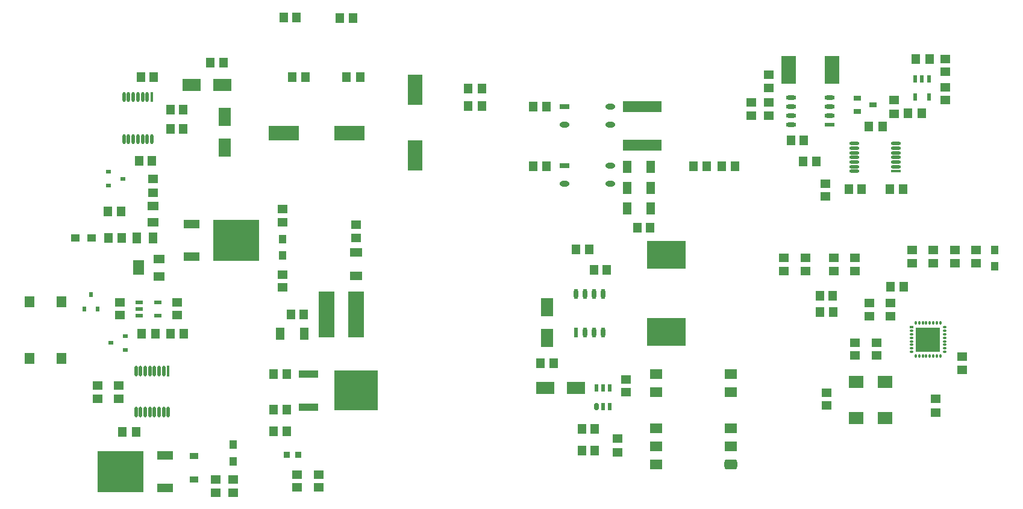
<source format=gtp>
G04 Layer_Color=8421504*
%FSLAX44Y44*%
%MOMM*%
G71*
G01*
G75*
%ADD10R,4.3000X2.1000*%
%ADD11R,1.2000X1.4000*%
%ADD12R,2.1000X4.3000*%
%ADD13R,1.4000X1.2000*%
%ADD14R,1.1500X1.8000*%
%ADD15R,5.4000X1.6000*%
%ADD16R,1.8000X1.1500*%
%ADD17R,1.4500X0.6000*%
%ADD18O,1.4500X0.6000*%
%ADD19R,0.6000X1.1000*%
%ADD20R,1.8000X1.4000*%
G04:AMPARAMS|DCode=21|XSize=1.4mm|YSize=1.8mm|CornerRadius=0.35mm|HoleSize=0mm|Usage=FLASHONLY|Rotation=270.000|XOffset=0mm|YOffset=0mm|HoleType=Round|Shape=RoundedRectangle|*
%AMROUNDEDRECTD21*
21,1,1.4000,1.1000,0,0,270.0*
21,1,0.7000,1.8000,0,0,270.0*
1,1,0.7000,-0.5500,-0.3500*
1,1,0.7000,-0.5500,0.3500*
1,1,0.7000,0.5500,0.3500*
1,1,0.7000,0.5500,-0.3500*
%
%ADD21ROUNDEDRECTD21*%
%ADD22R,0.6000X1.0500*%
G04:AMPARAMS|DCode=23|XSize=0.6mm|YSize=1.05mm|CornerRadius=0.15mm|HoleSize=0mm|Usage=FLASHONLY|Rotation=180.000|XOffset=0mm|YOffset=0mm|HoleType=Round|Shape=RoundedRectangle|*
%AMROUNDEDRECTD23*
21,1,0.6000,0.7500,0,0,180.0*
21,1,0.3000,1.0500,0,0,180.0*
1,1,0.3000,-0.1500,0.3750*
1,1,0.3000,0.1500,0.3750*
1,1,0.3000,0.1500,-0.3750*
1,1,0.3000,-0.1500,-0.3750*
%
%ADD23ROUNDEDRECTD23*%
%ADD24R,0.6000X1.4500*%
%ADD25O,0.6000X1.4500*%
%ADD26O,1.4000X0.8000*%
%ADD27R,1.4000X0.8000*%
%ADD28R,2.7500X1.0000*%
%ADD29R,6.1500X5.5500*%
%ADD30O,0.4500X1.5000*%
%ADD31R,0.4500X1.5000*%
%ADD32R,1.1000X0.6000*%
%ADD33O,0.4500X1.4000*%
%ADD34R,0.4500X1.4000*%
%ADD35O,1.4000X0.4500*%
%ADD36R,1.4000X0.4500*%
%ADD37R,0.9000X0.9000*%
%ADD38R,5.4000X3.9000*%
%ADD39R,2.2000X6.4000*%
%ADD40R,1.1500X1.4500*%
%ADD41R,1.4500X1.1500*%
%ADD42R,2.1000X4.0000*%
%ADD43R,1.6000X1.3000*%
%ADD44R,1.6000X2.0000*%
%ADD45R,1.3000X1.6000*%
%ADD46R,1.4000X1.6000*%
%ADD47R,1.7500X2.6500*%
%ADD48R,2.6500X1.7500*%
%ADD49R,1.1000X0.6500*%
%ADD50R,1.1000X1.2500*%
%ADD51R,1.2200X0.9100*%
%ADD52R,1.2500X1.1000*%
%ADD53R,6.4000X5.8000*%
%ADD54R,2.2000X1.2000*%
%ADD55R,0.6000X0.7000*%
%ADD56R,0.7000X0.6000*%
%ADD57R,2.0000X1.8000*%
%ADD58R,3.4500X3.4500*%
%ADD59O,0.3000X0.6000*%
%ADD60O,0.6000X0.3000*%
%ADD61R,0.6000X0.3000*%
D10*
X665750Y1076000D02*
D03*
X758250D02*
D03*
D11*
X763000Y1238000D02*
D03*
X745000D02*
D03*
X507000Y1109000D02*
D03*
X525000D02*
D03*
X507000Y1082000D02*
D03*
X525000D02*
D03*
X684000Y1239000D02*
D03*
X666000D02*
D03*
X483000Y1155000D02*
D03*
X465000D02*
D03*
X481000Y1037000D02*
D03*
X463000D02*
D03*
X1536000Y997000D02*
D03*
X1518000D02*
D03*
X1460000D02*
D03*
X1478000D02*
D03*
X1378750Y1066250D02*
D03*
X1396750D02*
D03*
X1085000Y660000D02*
D03*
X1103000D02*
D03*
Y630000D02*
D03*
X1085000D02*
D03*
X1077000Y913000D02*
D03*
X1095000D02*
D03*
X1102000Y884000D02*
D03*
X1120000D02*
D03*
X1181000Y943000D02*
D03*
X1163000D02*
D03*
X694000Y821000D02*
D03*
X676000D02*
D03*
X670000Y737000D02*
D03*
X652000D02*
D03*
X670000Y687000D02*
D03*
X652000D02*
D03*
X670000Y657000D02*
D03*
X652000D02*
D03*
X1419500Y847750D02*
D03*
X1437500D02*
D03*
D12*
X851000Y1137250D02*
D03*
Y1044750D02*
D03*
D13*
X1427000Y1005000D02*
D03*
Y987000D02*
D03*
X1348000Y1101000D02*
D03*
Y1119000D02*
D03*
X1596000Y1122500D02*
D03*
Y1140500D02*
D03*
Y1180500D02*
D03*
Y1162500D02*
D03*
X1147000Y712000D02*
D03*
Y730000D02*
D03*
X768000Y947000D02*
D03*
Y929000D02*
D03*
X664000Y859000D02*
D03*
Y877000D02*
D03*
X715000Y596000D02*
D03*
Y578000D02*
D03*
X685000Y596000D02*
D03*
Y578000D02*
D03*
X1489000Y819000D02*
D03*
Y837000D02*
D03*
X1519000Y819000D02*
D03*
Y837000D02*
D03*
X1619000Y761500D02*
D03*
Y743500D02*
D03*
X1469000Y781500D02*
D03*
Y763500D02*
D03*
X1499000Y781500D02*
D03*
Y763500D02*
D03*
X1429000Y693500D02*
D03*
Y711500D02*
D03*
X434000Y703000D02*
D03*
Y721000D02*
D03*
X404000Y703000D02*
D03*
Y721000D02*
D03*
X516000Y838000D02*
D03*
Y820000D02*
D03*
X436000Y838000D02*
D03*
Y820000D02*
D03*
D14*
X1181750Y970000D02*
D03*
X1148250D02*
D03*
X1181750Y999000D02*
D03*
X1148250D02*
D03*
X1181750Y1029000D02*
D03*
X1148250D02*
D03*
X694750Y794000D02*
D03*
X661250D02*
D03*
D15*
X1170000Y1113000D02*
D03*
Y1059000D02*
D03*
D16*
X768000Y875250D02*
D03*
Y908750D02*
D03*
D17*
X1433250Y1087950D02*
D03*
D18*
Y1100650D02*
D03*
Y1113350D02*
D03*
Y1126050D02*
D03*
X1378750Y1087950D02*
D03*
Y1100650D02*
D03*
Y1113350D02*
D03*
Y1126050D02*
D03*
D19*
X1553500Y1152500D02*
D03*
X1563000D02*
D03*
X1572500D02*
D03*
Y1126500D02*
D03*
X1553500D02*
D03*
D20*
X1189500Y737500D02*
D03*
Y712100D02*
D03*
Y661300D02*
D03*
Y635900D02*
D03*
Y610500D02*
D03*
X1294500Y737500D02*
D03*
Y712100D02*
D03*
Y661300D02*
D03*
Y635900D02*
D03*
D21*
Y610500D02*
D03*
D22*
X1105500Y718250D02*
D03*
X1115000D02*
D03*
X1124500D02*
D03*
Y691750D02*
D03*
X1115000D02*
D03*
D23*
X1105500D02*
D03*
D24*
X1076950Y795750D02*
D03*
D25*
X1089650D02*
D03*
X1102350D02*
D03*
X1115050D02*
D03*
X1076950Y850250D02*
D03*
X1089650D02*
D03*
X1102350D02*
D03*
X1115050D02*
D03*
D26*
X1125000Y1004900D02*
D03*
Y1030300D02*
D03*
X1061000Y1004900D02*
D03*
X1125000Y1087900D02*
D03*
Y1113300D02*
D03*
X1061000Y1087900D02*
D03*
D27*
X1061000Y1030300D02*
D03*
X1061000Y1113300D02*
D03*
D28*
X701000Y737000D02*
D03*
Y691200D02*
D03*
D29*
X768000Y714100D02*
D03*
D30*
X458250Y684000D02*
D03*
X464750D02*
D03*
X471250D02*
D03*
X477750D02*
D03*
X484250D02*
D03*
X490750D02*
D03*
X497250D02*
D03*
X503750D02*
D03*
X458250Y742000D02*
D03*
X464750D02*
D03*
X471250D02*
D03*
X477750D02*
D03*
X484250D02*
D03*
X490750D02*
D03*
X497250D02*
D03*
D31*
X503750D02*
D03*
D32*
X463000Y819500D02*
D03*
Y829000D02*
D03*
Y838500D02*
D03*
X489000D02*
D03*
Y819500D02*
D03*
D33*
X441500Y1067500D02*
D03*
X448000D02*
D03*
X454500D02*
D03*
X461000D02*
D03*
X467500D02*
D03*
X474000D02*
D03*
X480500D02*
D03*
X441500Y1126500D02*
D03*
X448000D02*
D03*
X454500D02*
D03*
X461000D02*
D03*
X467500D02*
D03*
X474000D02*
D03*
D34*
X480500D02*
D03*
D35*
X1467500Y1061500D02*
D03*
Y1055000D02*
D03*
Y1048500D02*
D03*
Y1042000D02*
D03*
Y1035500D02*
D03*
Y1029000D02*
D03*
Y1022500D02*
D03*
X1526500Y1061500D02*
D03*
Y1055000D02*
D03*
Y1048500D02*
D03*
Y1042000D02*
D03*
Y1035500D02*
D03*
Y1029000D02*
D03*
D36*
Y1022500D02*
D03*
D37*
X686000Y624000D02*
D03*
X670000D02*
D03*
D38*
X1204000Y905000D02*
D03*
Y797000D02*
D03*
D39*
X726000Y821000D02*
D03*
X768000D02*
D03*
D40*
X677500Y1155000D02*
D03*
X696500D02*
D03*
X754500D02*
D03*
X773500D02*
D03*
X562500Y1175000D02*
D03*
X581500D02*
D03*
X925500Y1114000D02*
D03*
X944500D02*
D03*
Y1139000D02*
D03*
X925500D02*
D03*
X1488500Y1085000D02*
D03*
X1507500D02*
D03*
X1395500Y1036000D02*
D03*
X1414500D02*
D03*
X1543500Y1104000D02*
D03*
X1562500D02*
D03*
X1554500Y1180000D02*
D03*
X1573500D02*
D03*
X1045500Y753000D02*
D03*
X1026500D02*
D03*
X1016500Y1029600D02*
D03*
X1035500D02*
D03*
X1016500Y1113000D02*
D03*
X1035500D02*
D03*
X1260500Y1029600D02*
D03*
X1241500D02*
D03*
X1300500D02*
D03*
X1281500D02*
D03*
X1419250Y824500D02*
D03*
X1438250D02*
D03*
X1537500Y860500D02*
D03*
X1518500D02*
D03*
X458500Y656000D02*
D03*
X439500D02*
D03*
X418500Y966000D02*
D03*
X437500D02*
D03*
X506500Y794000D02*
D03*
X525500D02*
D03*
X419500Y929000D02*
D03*
X438500D02*
D03*
X466500Y794000D02*
D03*
X485500D02*
D03*
D41*
X1348000Y1158500D02*
D03*
Y1139500D02*
D03*
X1323000Y1100500D02*
D03*
Y1119500D02*
D03*
X1524000Y1103500D02*
D03*
Y1122500D02*
D03*
X1135000Y627500D02*
D03*
Y646500D02*
D03*
X1549000Y912000D02*
D03*
Y893000D02*
D03*
X1579000D02*
D03*
Y912000D02*
D03*
X1609000D02*
D03*
Y893000D02*
D03*
X1582000Y683500D02*
D03*
Y702500D02*
D03*
X1639000Y912000D02*
D03*
Y893000D02*
D03*
X570000Y570500D02*
D03*
Y589500D02*
D03*
X595000Y570500D02*
D03*
Y589500D02*
D03*
X482000Y1011500D02*
D03*
Y992500D02*
D03*
X664000Y950500D02*
D03*
Y969500D02*
D03*
X1469000Y882000D02*
D03*
Y901000D02*
D03*
X1399000Y882000D02*
D03*
Y901000D02*
D03*
X1439000Y882000D02*
D03*
Y901000D02*
D03*
X1369000Y882000D02*
D03*
Y901000D02*
D03*
D42*
X1436500Y1165000D02*
D03*
X1375500D02*
D03*
D43*
X490750Y874500D02*
D03*
Y899500D02*
D03*
X482000Y950500D02*
D03*
Y973500D02*
D03*
D44*
X461750Y887000D02*
D03*
D45*
X482500Y929000D02*
D03*
X459500D02*
D03*
D46*
X308500Y759000D02*
D03*
Y839000D02*
D03*
X353500Y759000D02*
D03*
Y839000D02*
D03*
D47*
X583000Y1055500D02*
D03*
Y1098500D02*
D03*
X1036000Y788500D02*
D03*
Y831500D02*
D03*
D48*
X579500Y1144000D02*
D03*
X536500D02*
D03*
X1076500Y718000D02*
D03*
X1033500D02*
D03*
D49*
X1494000Y1116000D02*
D03*
X1472000Y1106500D02*
D03*
Y1125500D02*
D03*
D50*
X1665250Y912000D02*
D03*
Y888500D02*
D03*
X664000Y927250D02*
D03*
Y903750D02*
D03*
X595000Y638250D02*
D03*
Y614750D02*
D03*
D51*
X540000Y589500D02*
D03*
Y622500D02*
D03*
D52*
X396250Y929000D02*
D03*
X372750D02*
D03*
D53*
X436500Y600000D02*
D03*
X599500Y925000D02*
D03*
D54*
X499500Y622800D02*
D03*
Y577200D02*
D03*
X536500Y902200D02*
D03*
Y947800D02*
D03*
D55*
X385500Y829000D02*
D03*
X404500D02*
D03*
X395000Y849000D02*
D03*
D56*
X443000Y771500D02*
D03*
Y790500D02*
D03*
X423000Y781000D02*
D03*
X420000Y1021500D02*
D03*
Y1002500D02*
D03*
X440000Y1012000D02*
D03*
D57*
X1510750Y675850D02*
D03*
Y726650D02*
D03*
X1470750D02*
D03*
Y675850D02*
D03*
D58*
X1571500Y786000D02*
D03*
D59*
X1554000Y809500D02*
D03*
X1559000D02*
D03*
X1564000D02*
D03*
X1569000D02*
D03*
X1574000D02*
D03*
X1579000D02*
D03*
X1584000D02*
D03*
X1589000D02*
D03*
Y762500D02*
D03*
X1584000D02*
D03*
X1579000D02*
D03*
X1574000D02*
D03*
X1569000D02*
D03*
X1564000D02*
D03*
X1559000D02*
D03*
X1554000D02*
D03*
D60*
X1595000Y803500D02*
D03*
Y798500D02*
D03*
Y793500D02*
D03*
Y788500D02*
D03*
Y783500D02*
D03*
Y778500D02*
D03*
Y773500D02*
D03*
Y768500D02*
D03*
X1548000D02*
D03*
Y773500D02*
D03*
Y778500D02*
D03*
Y783500D02*
D03*
Y788500D02*
D03*
Y793500D02*
D03*
Y798500D02*
D03*
D61*
Y803500D02*
D03*
M02*

</source>
